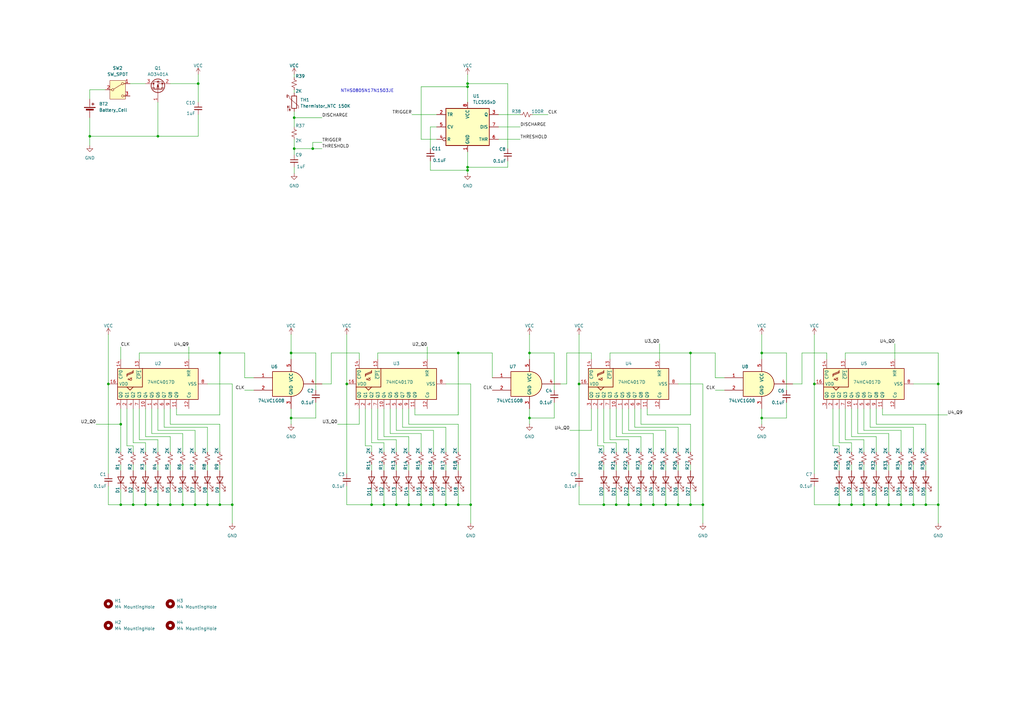
<source format=kicad_sch>
(kicad_sch (version 20231120) (generator "eeschema") (generator_version "8.0")
  (paper "A3")
  (lib_symbols
    (symbol "4xxx_IEEE:4017"
      (property "Reference" "U" (at 7.62 17.78 0))
      (property "Value" "4017" (at 10.16 -16.51 0))
      (symbol "4017_0_0"
        (text "&" (at -2.032 11.43 0) (effects (font (size 1.524 1.524))))
        (pin power_in line (at 0 20.32 270) (length 3.81) (name "VDD") (number "16"))
        (pin power_in line (at 0 -20.32 90) (length 3.81) (name "VSS") (number "8"))
      )
      (symbol "4017_1_1"
        (pin output line (at 10.16 2.54 180) (length 3.81) (name "Q5") (number "1"))
        (pin output line (at 10.16 5.08 180) (length 3.81) (name "Q4") (number "10"))
        (pin output line (at 10.16 -7.62 180) (length 3.81) (name "Q9") (number "11"))
        (pin output line (at 10.16 -12.7 180) (length 3.81) (name "Co") (number "12"))
        (pin input line (at -10.16 7.62 0) (length 3.81) (name "~{CP1}") (number "13"))
        (pin input line (at -10.16 15.24 0) (length 3.81) (name "CP0") (number "14"))
        (pin input line (at -10.16 -12.7 0) (length 3.81) (name "MR") (number "15"))
        (pin output line (at 10.16 12.7 180) (length 3.81) (name "Q1") (number "2"))
        (pin output line (at 10.16 15.24 180) (length 3.81) (name "Q0") (number "3"))
        (pin output line (at 10.16 10.16 180) (length 3.81) (name "Q2") (number "4"))
        (pin output line (at 10.16 0 180) (length 3.81) (name "Q6") (number "5"))
        (pin output line (at 10.16 -2.54 180) (length 3.81) (name "Q7") (number "6"))
        (pin output line (at 10.16 7.62 180) (length 3.81) (name "Q3") (number "7"))
        (pin output line (at 10.16 -5.08 180) (length 3.81) (name "Q8") (number "9"))
      )
    )
    (symbol "74xGxx:74LVC1G08"
      (property "Reference" "U" (at -5.08 7.62 0))
      (property "Value" "74LVC1G08" (at 7.62 -7.62 0))
      (symbol "74LVC1G08_1_1"
        (pin input line (at -15.24 2.54 0) (length 7.62) (name "~") (number "1"))
        (pin input line (at -15.24 -2.54 0) (length 7.62) (name "~") (number "2"))
        (pin power_in line (at 0 -10.16 90) (length 5.08) (name "GND") (number "3"))
        (pin output line (at 12.7 0 180) (length 7.62) (name "~") (number "4"))
        (pin power_in line (at 0 10.16 270) (length 5.08) (name "VCC") (number "5"))
      )
    )
    (symbol "Device:Battery_Cell" (pin_numbers hide) (pin_names (offset 0) hide)
      (property "Reference" "BT" (at 2.54 2.54 0))
      (property "Value" "Battery_Cell" (at 2.54 0 0))
      (symbol "Battery_Cell_1_1"
        (pin passive line (at 0 5.08 270) (length 2.54) (name "+") (number "1"))
        (pin passive line (at 0 -2.54 90) (length 2.54) (name "-") (number "2"))
      )
    )
    (symbol "Device:C_Small" (pin_numbers hide) (pin_names (offset 0.254) hide)
      (property "Reference" "C" (at 0.254 1.778 0))
      (property "Value" "C_Small" (at 0.254 -2.032 0))
      (symbol "C_Small_1_1"
        (pin passive line (at 0 2.54 270) (length 2.032) (name "~") (number "1"))
        (pin passive line (at 0 -2.54 90) (length 2.032) (name "~") (number "2"))
      )
    )
    (symbol "Device:LED" (pin_numbers hide) (pin_names (offset 1.016) hide)
      (property "Reference" "D" (at 0 2.54 0))
      (property "Value" "LED" (at 0 -2.54 0))
      (symbol "LED_1_1"
        (pin passive line (at -3.81 0 0) (length 2.54) (name "K") (number "1"))
        (pin passive line (at 3.81 0 180) (length 2.54) (name "A") (number "2"))
      )
    )
    (symbol "Device:R_Small_US" (pin_numbers hide) (pin_names (offset 0.254) hide)
      (property "Reference" "R" (at 0.762 0.508 0))
      (property "Value" "R_Small_US" (at 0.762 -1.016 0))
      (symbol "R_Small_US_1_1"
        (pin passive line (at 0 2.54 270) (length 1.016) (name "~") (number "1"))
        (pin passive line (at 0 -2.54 90) (length 1.016) (name "~") (number "2"))
      )
    )
    (symbol "Device:Thermistor_NTC" (pin_numbers hide) (pin_names (offset 0))
      (property "Reference" "TH" (at -4.445 0 90))
      (property "Value" "Thermistor_NTC" (at 3.175 0 90))
      (symbol "Thermistor_NTC_1_1"
        (pin passive line (at 0 3.81 270) (length 1.27) (name "~") (number "1"))
        (pin passive line (at 0 -3.81 90) (length 1.27) (name "~") (number "2"))
      )
    )
    (symbol "Mechanical:MountingHole" (pin_names (offset 1.016)) (exclude_from_sim yes) (in_bom no)
      (property "Reference" "H" (at 0 5.08 0))
      (property "Value" "MountingHole" (at 0 3.175 0))
    )
    (symbol "Switch:SW_SPDT" (pin_names (offset 0) hide)
      (property "Reference" "SW" (at 0 5.08 0))
      (property "Value" "SW_SPDT" (at 0 -5.08 0))
      (symbol "SW_SPDT_1_1"
        (pin passive line (at 5.08 2.54 180) (length 2.54) (name "A") (number "1"))
        (pin passive line (at -5.08 0 0) (length 2.54) (name "B") (number "2"))
        (pin passive line (at 5.08 -2.54 180) (length 2.54) (name "C") (number "3"))
      )
    )
    (symbol "Timer:TLC555xD"
      (property "Reference" "U" (at -10.16 8.89 0))
      (property "Value" "TLC555xD" (at 2.54 8.89 0))
      (symbol "TLC555xD_0_0"
        (pin power_in line (at 0 -10.16 90) (length 2.54) (name "GND") (number "1"))
        (pin power_in line (at 0 10.16 270) (length 2.54) (name "VCC") (number "8"))
      )
      (symbol "TLC555xD_1_1"
        (pin input line (at -12.7 5.08 0) (length 3.81) (name "TR") (number "2"))
        (pin output line (at 12.7 5.08 180) (length 3.81) (name "Q") (number "3"))
        (pin input inverted (at -12.7 -5.08 0) (length 3.81) (name "R") (number "4"))
        (pin input line (at -12.7 0 0) (length 3.81) (name "CV") (number "5"))
        (pin input line (at 12.7 -5.08 180) (length 3.81) (name "THR") (number "6"))
        (pin input line (at 12.7 0 180) (length 3.81) (name "DIS") (number "7"))
      )
    )
    (symbol "Transistor_FET:AO3401A" (pin_names hide)
      (property "Reference" "Q" (at 5.08 1.905 0))
      (property "Value" "AO3401A" (at 5.08 0 0))
      (symbol "AO3401A_1_1"
        (pin input line (at -5.08 0 0) (length 2.54) (name "G") (number "1"))
        (pin passive line (at 2.54 -5.08 90) (length 2.54) (name "S") (number "2"))
        (pin passive line (at 2.54 5.08 270) (length 2.54) (name "D") (number "3"))
      )
    )
    (symbol "power:GND" (power) (pin_numbers hide) (pin_names (offset 0) hide)
      (property "Value" "GND" (at 0 -3.81 0))
      (symbol "GND_1_1"
        (pin power_in line (at 0 0 270) (length 0) (name "~") (number "1"))
      )
    )
    (symbol "power:VCC" (power) (pin_numbers hide) (pin_names (offset 0) hide)
      (property "Value" "VCC" (at 0 3.556 0))
      (symbol "VCC_1_1"
        (pin power_in line (at 0 0 90) (length 0) (name "~") (number "1"))
      )
    )
  )
  (junction (at 95.25 207.01))
  (junction (at 379.73 207.01))
  (junction (at 64.77 207.01))
  (junction (at 288.29 207.01))
  (junction (at 283.21 144.78))
  (junction (at 187.96 207.01))
  (junction (at 49.53 173.99))
  (junction (at 273.05 207.01))
  (junction (at 237.49 157.48))
  (junction (at 120.65 60.96))
  (junction (at 59.69 207.01))
  (junction (at 252.73 207.01))
  (junction (at 120.65 48.26))
  (junction (at 354.33 207.01))
  (junction (at 191.77 69.85))
  (junction (at 152.4 207.01))
  (junction (at 172.72 207.01))
  (junction (at 157.48 207.01))
  (junction (at 74.93 207.01))
  (junction (at 44.45 157.48))
  (junction (at 217.17 144.78))
  (junction (at 369.57 207.01))
  (junction (at 359.41 207.01))
  (junction (at 374.65 207.01))
  (junction (at 344.17 207.01))
  (junction (at 217.17 171.45))
  (junction (at 283.21 207.01))
  (junction (at 182.88 207.01))
  (junction (at 81.28 34.29))
  (junction (at 278.13 207.01))
  (junction (at 267.97 207.01))
  (junction (at 162.56 207.01))
  (junction (at 142.24 157.48))
  (junction (at 69.85 207.01))
  (junction (at 49.53 207.01))
  (junction (at 85.09 207.01))
  (junction (at 80.01 207.01))
  (junction (at 384.81 207.01))
  (junction (at 262.89 207.01))
  (junction (at 119.38 144.78))
  (junction (at 312.42 171.45))
  (junction (at 64.77 55.88))
  (junction (at 177.8 207.01))
  (junction (at 90.17 207.01))
  (junction (at 90.17 144.78))
  (junction (at 128.27 60.96))
  (junction (at 191.77 34.29))
  (junction (at 119.38 171.45))
  (junction (at 54.61 207.01))
  (junction (at 187.96 144.78))
  (junction (at 257.81 207.01))
  (junction (at 384.81 157.48))
  (junction (at 167.64 207.01))
  (junction (at 191.77 68.58))
  (junction (at 312.42 144.78))
  (junction (at 247.65 207.01))
  (junction (at 36.83 55.88))
  (junction (at 191.77 35.56))
  (junction (at 364.49 207.01))
  (junction (at 349.25 207.01))
  (junction (at 334.01 157.48))
  (junction (at 193.04 207.01))
  (wire (pts (xy 85.09 175.26) (xy 85.09 185.42)))
  (wire (pts (xy 132.08 157.48) (xy 135.89 157.48)))
  (wire (pts (xy 80.01 200.66) (xy 80.01 207.01)))
  (wire (pts (xy 120.65 45.72) (xy 120.65 48.26)))
  (wire (pts (xy 328.93 157.48) (xy 325.12 157.48)))
  (wire (pts (xy 90.17 173.99) (xy 69.85 173.99)))
  (wire (pts (xy 349.25 190.5) (xy 349.25 193.04)))
  (wire (pts (xy 172.72 200.66) (xy 172.72 207.01)))
  (wire (pts (xy 288.29 214.63) (xy 288.29 207.01)))
  (wire (pts (xy 187.96 173.99) (xy 167.64 173.99)))
  (wire (pts (xy 152.4 207.01) (xy 157.48 207.01)))
  (wire (pts (xy 182.88 207.01) (xy 187.96 207.01)))
  (wire (pts (xy 364.49 190.5) (xy 364.49 193.04)))
  (wire (pts (xy 160.02 177.8) (xy 172.72 177.8)))
  (wire (pts (xy 172.72 177.8) (xy 172.72 185.42)))
  (wire (pts (xy 204.47 52.07) (xy 213.36 52.07)))
  (wire (pts (xy 129.54 171.45) (xy 119.38 171.45)))
  (wire (pts (xy 257.81 200.66) (xy 257.81 207.01)))
  (wire (pts (xy 165.1 175.26) (xy 182.88 175.26)))
  (wire (pts (xy 369.57 176.53) (xy 369.57 185.42)))
  (wire (pts (xy 265.43 167.64) (xy 265.43 170.18)))
  (wire (pts (xy 154.94 147.32) (xy 154.94 144.78)))
  (wire (pts (xy 157.48 190.5) (xy 157.48 193.04)))
  (wire (pts (xy 135.89 157.48) (xy 135.89 144.78)))
  (wire (pts (xy 187.96 200.66) (xy 187.96 207.01)))
  (wire (pts (xy 129.54 165.1) (xy 129.54 171.45)))
  (wire (pts (xy 69.85 179.07) (xy 69.85 185.42)))
  (wire (pts (xy 147.32 167.64) (xy 147.32 173.99)))
  (wire (pts (xy 247.65 181.61) (xy 252.73 181.61)))
  (wire (pts (xy 120.65 60.96) (xy 128.27 60.96)))
  (wire (pts (xy 187.96 207.01) (xy 193.04 207.01)))
  (wire (pts (xy 297.18 160.02) (xy 293.37 160.02)))
  (wire (pts (xy 359.41 167.64) (xy 359.41 173.99)))
  (wire (pts (xy 328.93 144.78) (xy 328.93 157.48)))
  (wire (pts (xy 85.09 190.5) (xy 85.09 193.04)))
  (wire (pts (xy 36.83 55.88) (xy 64.77 55.88)))
  (wire (pts (xy 39.37 173.99) (xy 49.53 173.99)))
  (wire (pts (xy 90.17 144.78) (xy 100.33 144.78)))
  (wire (pts (xy 52.07 182.88) (xy 54.61 182.88)))
  (wire (pts (xy 273.05 176.53) (xy 273.05 185.42)))
  (wire (pts (xy 57.15 167.64) (xy 57.15 180.34)))
  (wire (pts (xy 176.53 60.96) (xy 176.53 52.07)))
  (wire (pts (xy 119.38 144.78) (xy 119.38 147.32)))
  (wire (pts (xy 257.81 190.5) (xy 257.81 193.04)))
  (wire (pts (xy 168.91 46.99) (xy 179.07 46.99)))
  (wire (pts (xy 369.57 200.66) (xy 369.57 207.01)))
  (wire (pts (xy 154.94 144.78) (xy 187.96 144.78)))
  (wire (pts (xy 359.41 190.5) (xy 359.41 193.04)))
  (wire (pts (xy 334.01 157.48) (xy 334.01 194.31)))
  (wire (pts (xy 36.83 55.88) (xy 36.83 59.69)))
  (wire (pts (xy 334.01 137.16) (xy 334.01 157.48)))
  (wire (pts (xy 157.48 200.66) (xy 157.48 207.01)))
  (wire (pts (xy 356.87 175.26) (xy 374.65 175.26)))
  (wire (pts (xy 90.17 200.66) (xy 90.17 207.01)))
  (wire (pts (xy 227.33 160.02) (xy 227.33 144.78)))
  (wire (pts (xy 176.53 52.07) (xy 179.07 52.07)))
  (wire (pts (xy 354.33 190.5) (xy 354.33 193.04)))
  (wire (pts (xy 354.33 167.64) (xy 354.33 176.53)))
  (wire (pts (xy 162.56 200.66) (xy 162.56 207.01)))
  (wire (pts (xy 278.13 175.26) (xy 278.13 185.42)))
  (wire (pts (xy 54.61 167.64) (xy 54.61 181.61)))
  (wire (pts (xy 344.17 181.61) (xy 349.25 181.61)))
  (wire (pts (xy 172.72 57.15) (xy 172.72 35.56)))
  (wire (pts (xy 80.01 207.01) (xy 85.09 207.01)))
  (wire (pts (xy 64.77 180.34) (xy 64.77 185.42)))
  (wire (pts (xy 95.25 214.63) (xy 95.25 207.01)))
  (wire (pts (xy 359.41 179.07) (xy 359.41 185.42)))
  (wire (pts (xy 64.77 190.5) (xy 64.77 193.04)))
  (wire (pts (xy 80.01 190.5) (xy 80.01 193.04)))
  (wire (pts (xy 95.25 157.48) (xy 85.09 157.48)))
  (wire (pts (xy 247.65 190.5) (xy 247.65 193.04)))
  (wire (pts (xy 90.17 173.99) (xy 90.17 185.42)))
  (wire (pts (xy 90.17 170.18) (xy 90.17 144.78)))
  (wire (pts (xy 142.24 199.39) (xy 142.24 207.01)))
  (wire (pts (xy 288.29 157.48) (xy 278.13 157.48)))
  (wire (pts (xy 154.94 167.64) (xy 154.94 180.34)))
  (wire (pts (xy 288.29 207.01) (xy 288.29 157.48)))
  (wire (pts (xy 250.19 167.64) (xy 250.19 180.34)))
  (wire (pts (xy 312.42 137.16) (xy 312.42 144.78)))
  (wire (pts (xy 187.96 173.99) (xy 187.96 185.42)))
  (wire (pts (xy 384.81 214.63) (xy 384.81 207.01)))
  (wire (pts (xy 283.21 173.99) (xy 283.21 185.42)))
  (wire (pts (xy 312.42 171.45) (xy 312.42 167.64)))
  (wire (pts (xy 54.61 207.01) (xy 59.69 207.01)))
  (wire (pts (xy 119.38 137.16) (xy 119.38 144.78)))
  (wire (pts (xy 273.05 207.01) (xy 278.13 207.01)))
  (wire (pts (xy 57.15 180.34) (xy 64.77 180.34)))
  (wire (pts (xy 49.53 167.64) (xy 49.53 173.99)))
  (wire (pts (xy 257.81 167.64) (xy 257.81 176.53)))
  (wire (pts (xy 322.58 165.1) (xy 322.58 171.45)))
  (wire (pts (xy 59.69 167.64) (xy 59.69 179.07)))
  (wire (pts (xy 191.77 69.85) (xy 191.77 71.12)))
  (wire (pts (xy 120.65 60.96) (xy 120.65 63.5)))
  (wire (pts (xy 59.69 207.01) (xy 64.77 207.01)))
  (wire (pts (xy 379.73 200.66) (xy 379.73 207.01)))
  (wire (pts (xy 182.88 200.66) (xy 182.88 207.01)))
  (wire (pts (xy 344.17 182.88) (xy 344.17 185.42)))
  (wire (pts (xy 208.28 68.58) (xy 191.77 68.58)))
  (wire (pts (xy 154.94 180.34) (xy 162.56 180.34)))
  (wire (pts (xy 349.25 200.66) (xy 349.25 207.01)))
  (wire (pts (xy 252.73 179.07) (xy 262.89 179.07)))
  (wire (pts (xy 346.71 167.64) (xy 346.71 180.34)))
  (wire (pts (xy 242.57 167.64) (xy 242.57 176.53)))
  (wire (pts (xy 54.61 200.66) (xy 54.61 207.01)))
  (wire (pts (xy 172.72 190.5) (xy 172.72 193.04)))
  (wire (pts (xy 74.93 200.66) (xy 74.93 207.01)))
  (wire (pts (xy 283.21 200.66) (xy 283.21 207.01)))
  (wire (pts (xy 170.18 170.18) (xy 187.96 170.18)))
  (wire (pts (xy 152.4 181.61) (xy 157.48 181.61)))
  (wire (pts (xy 374.65 190.5) (xy 374.65 193.04)))
  (wire (pts (xy 120.65 57.15) (xy 120.65 60.96)))
  (wire (pts (xy 64.77 207.01) (xy 69.85 207.01)))
  (wire (pts (xy 64.77 41.91) (xy 64.77 55.88)))
  (wire (pts (xy 172.72 35.56) (xy 191.77 35.56)))
  (wire (pts (xy 77.47 142.24) (xy 77.47 147.32)))
  (wire (pts (xy 157.48 167.64) (xy 157.48 179.07)))
  (wire (pts (xy 167.64 190.5) (xy 167.64 193.04)))
  (wire (pts (xy 149.86 167.64) (xy 149.86 182.88)))
  (wire (pts (xy 157.48 181.61) (xy 157.48 185.42)))
  (wire (pts (xy 255.27 167.64) (xy 255.27 177.8)))
  (wire (pts (xy 49.53 190.5) (xy 49.53 193.04)))
  (wire (pts (xy 359.41 207.01) (xy 364.49 207.01)))
  (wire (pts (xy 74.93 177.8) (xy 74.93 185.42)))
  (wire (pts (xy 217.17 144.78) (xy 217.17 147.32)))
  (wire (pts (xy 379.73 173.99) (xy 379.73 185.42)))
  (wire (pts (xy 129.54 160.02) (xy 129.54 144.78)))
  (wire (pts (xy 262.89 207.01) (xy 267.97 207.01)))
  (wire (pts (xy 74.93 207.01) (xy 80.01 207.01)))
  (wire (pts (xy 187.96 170.18) (xy 187.96 144.78)))
  (wire (pts (xy 59.69 181.61) (xy 59.69 185.42)))
  (wire (pts (xy 120.65 68.58) (xy 120.65 71.12)))
  (wire (pts (xy 204.47 46.99) (xy 213.36 46.99)))
  (wire (pts (xy 142.24 137.16) (xy 142.24 157.48)))
  (wire (pts (xy 359.41 200.66) (xy 359.41 207.01)))
  (wire (pts (xy 278.13 207.01) (xy 283.21 207.01)))
  (wire (pts (xy 95.25 207.01) (xy 95.25 157.48)))
  (wire (pts (xy 128.27 58.42) (xy 128.27 60.96)))
  (wire (pts (xy 182.88 190.5) (xy 182.88 193.04)))
  (wire (pts (xy 167.64 179.07) (xy 167.64 185.42)))
  (wire (pts (xy 344.17 207.01) (xy 349.25 207.01)))
  (wire (pts (xy 157.48 207.01) (xy 162.56 207.01)))
  (wire (pts (xy 227.33 165.1) (xy 227.33 171.45)))
  (wire (pts (xy 322.58 160.02) (xy 322.58 144.78)))
  (wire (pts (xy 334.01 207.01) (xy 344.17 207.01)))
  (wire (pts (xy 81.28 34.29) (xy 69.85 34.29)))
  (wire (pts (xy 176.53 66.04) (xy 176.53 69.85)))
  (wire (pts (xy 64.77 200.66) (xy 64.77 207.01)))
  (wire (pts (xy 69.85 207.01) (xy 74.93 207.01)))
  (wire (pts (xy 283.21 190.5) (xy 283.21 193.04)))
  (wire (pts (xy 64.77 167.64) (xy 64.77 176.53)))
  (wire (pts (xy 90.17 190.5) (xy 90.17 193.04)))
  (wire (pts (xy 341.63 182.88) (xy 344.17 182.88)))
  (wire (pts (xy 267.97 177.8) (xy 267.97 185.42)))
  (wire (pts (xy 369.57 207.01) (xy 374.65 207.01)))
  (wire (pts (xy 81.28 30.48) (xy 81.28 34.29)))
  (wire (pts (xy 152.4 167.64) (xy 152.4 181.61)))
  (wire (pts (xy 283.21 144.78) (xy 293.37 144.78)))
  (wire (pts (xy 356.87 167.64) (xy 356.87 175.26)))
  (wire (pts (xy 384.81 144.78) (xy 384.81 157.48)))
  (wire (pts (xy 69.85 200.66) (xy 69.85 207.01)))
  (wire (pts (xy 157.48 179.07) (xy 167.64 179.07)))
  (wire (pts (xy 232.41 144.78) (xy 242.57 144.78)))
  (wire (pts (xy 208.28 66.04) (xy 208.28 68.58)))
  (wire (pts (xy 351.79 177.8) (xy 364.49 177.8)))
  (wire (pts (xy 252.73 207.01) (xy 257.81 207.01)))
  (wire (pts (xy 167.64 200.66) (xy 167.64 207.01)))
  (wire (pts (xy 36.83 36.83) (xy 36.83 40.64)))
  (wire (pts (xy 233.68 176.53) (xy 242.57 176.53)))
  (wire (pts (xy 177.8 200.66) (xy 177.8 207.01)))
  (wire (pts (xy 250.19 147.32) (xy 250.19 144.78)))
  (wire (pts (xy 349.25 207.01) (xy 354.33 207.01)))
  (wire (pts (xy 283.21 173.99) (xy 262.89 173.99)))
  (wire (pts (xy 36.83 55.88) (xy 36.83 48.26)))
  (wire (pts (xy 59.69 179.07) (xy 69.85 179.07)))
  (wire (pts (xy 262.89 179.07) (xy 262.89 185.42)))
  (wire (pts (xy 187.96 190.5) (xy 187.96 193.04)))
  (wire (pts (xy 85.09 200.66) (xy 85.09 207.01)))
  (wire (pts (xy 227.33 144.78) (xy 217.17 144.78)))
  (wire (pts (xy 191.77 34.29) (xy 208.28 34.29)))
  (wire (pts (xy 364.49 200.66) (xy 364.49 207.01)))
  (wire (pts (xy 191.77 62.23) (xy 191.77 68.58)))
  (wire (pts (xy 247.65 200.66) (xy 247.65 207.01)))
  (wire (pts (xy 312.42 144.78) (xy 312.42 147.32)))
  (wire (pts (xy 245.11 182.88) (xy 247.65 182.88)))
  (wire (pts (xy 120.65 48.26) (xy 132.08 48.26)))
  (wire (pts (xy 129.54 144.78) (xy 119.38 144.78)))
  (wire (pts (xy 283.21 170.18) (xy 283.21 144.78)))
  (wire (pts (xy 142.24 157.48) (xy 142.24 194.31)))
  (wire (pts (xy 262.89 200.66) (xy 262.89 207.01)))
  (wire (pts (xy 167.64 207.01) (xy 172.72 207.01)))
  (wire (pts (xy 344.17 200.66) (xy 344.17 207.01)))
  (wire (pts (xy 273.05 200.66) (xy 273.05 207.01)))
  (wire (pts (xy 283.21 207.01) (xy 288.29 207.01)))
  (wire (pts (xy 187.96 144.78) (xy 201.93 144.78)))
  (wire (pts (xy 354.33 180.34) (xy 354.33 185.42)))
  (wire (pts (xy 162.56 180.34) (xy 162.56 185.42)))
  (wire (pts (xy 80.01 176.53) (xy 64.77 176.53)))
  (wire (pts (xy 191.77 68.58) (xy 191.77 69.85)))
  (wire (pts (xy 364.49 177.8) (xy 364.49 185.42)))
  (wire (pts (xy 218.44 46.99) (xy 224.79 46.99)))
  (wire (pts (xy 81.28 46.99) (xy 81.28 55.88)))
  (wire (pts (xy 369.57 190.5) (xy 369.57 193.04)))
  (wire (pts (xy 191.77 69.85) (xy 176.53 69.85)))
  (wire (pts (xy 74.93 190.5) (xy 74.93 193.04)))
  (wire (pts (xy 217.17 171.45) (xy 217.17 173.99)))
  (wire (pts (xy 152.4 200.66) (xy 152.4 207.01)))
  (wire (pts (xy 72.39 167.64) (xy 72.39 170.18)))
  (wire (pts (xy 128.27 60.96) (xy 132.08 60.96)))
  (wire (pts (xy 100.33 154.94) (xy 104.14 154.94)))
  (wire (pts (xy 237.49 157.48) (xy 237.49 194.31)))
  (wire (pts (xy 339.09 144.78) (xy 339.09 147.32)))
  (wire (pts (xy 172.72 207.01) (xy 177.8 207.01)))
  (wire (pts (xy 182.88 175.26) (xy 182.88 185.42)))
  (wire (pts (xy 208.28 34.29) (xy 208.28 60.96)))
  (wire (pts (xy 346.71 144.78) (xy 384.81 144.78)))
  (wire (pts (xy 59.69 200.66) (xy 59.69 207.01)))
  (wire (pts (xy 44.45 207.01) (xy 49.53 207.01)))
  (wire (pts (xy 245.11 167.64) (xy 245.11 182.88)))
  (wire (pts (xy 135.89 144.78) (xy 147.32 144.78)))
  (wire (pts (xy 322.58 144.78) (xy 312.42 144.78)))
  (wire (pts (xy 72.39 170.18) (xy 90.17 170.18)))
  (wire (pts (xy 49.53 142.24) (xy 49.53 147.32)))
  (wire (pts (xy 379.73 207.01) (xy 384.81 207.01)))
  (wire (pts (xy 44.45 157.48) (xy 44.45 194.31)))
  (wire (pts (xy 257.81 180.34) (xy 257.81 185.42)))
  (wire (pts (xy 191.77 35.56) (xy 191.77 41.91)))
  (wire (pts (xy 80.01 176.53) (xy 80.01 185.42)))
  (wire (pts (xy 53.34 34.29) (xy 59.69 34.29)))
  (wire (pts (xy 69.85 190.5) (xy 69.85 193.04)))
  (wire (pts (xy 339.09 144.78) (xy 328.93 144.78)))
  (wire (pts (xy 193.04 207.01) (xy 193.04 157.48)))
  (wire (pts (xy 312.42 171.45) (xy 312.42 173.99)))
  (wire (pts (xy 177.8 207.01) (xy 182.88 207.01)))
  (wire (pts (xy 175.26 142.24) (xy 175.26 147.32)))
  (wire (pts (xy 247.65 182.88) (xy 247.65 185.42)))
  (wire (pts (xy 162.56 190.5) (xy 162.56 193.04)))
  (wire (pts (xy 104.14 160.02) (xy 100.33 160.02)))
  (wire (pts (xy 119.38 171.45) (xy 119.38 167.64)))
  (wire (pts (xy 204.47 57.15) (xy 213.36 57.15)))
  (wire (pts (xy 67.31 175.26) (xy 85.09 175.26)))
  (wire (pts (xy 247.65 207.01) (xy 252.73 207.01)))
  (wire (pts (xy 81.28 55.88) (xy 64.77 55.88)))
  (wire (pts (xy 322.58 171.45) (xy 312.42 171.45)))
  (wire (pts (xy 217.17 137.16) (xy 217.17 144.78)))
  (wire (pts (xy 177.8 190.5) (xy 177.8 193.04)))
  (wire (pts (xy 293.37 144.78) (xy 293.37 154.94)))
  (wire (pts (xy 52.07 167.64) (xy 52.07 182.88)))
  (wire (pts (xy 260.35 167.64) (xy 260.35 175.26)))
  (wire (pts (xy 170.18 167.64) (xy 170.18 170.18)))
  (wire (pts (xy 374.65 175.26) (xy 374.65 185.42)))
  (wire (pts (xy 273.05 190.5) (xy 273.05 193.04)))
  (wire (pts (xy 160.02 167.64) (xy 160.02 177.8)))
  (wire (pts (xy 374.65 200.66) (xy 374.65 207.01)))
  (wire (pts (xy 120.65 48.26) (xy 120.65 52.07)))
  (wire (pts (xy 242.57 144.78) (xy 242.57 147.32)))
  (wire (pts (xy 54.61 182.88) (xy 54.61 185.42)))
  (wire (pts (xy 132.08 58.42) (xy 128.27 58.42)))
  (wire (pts (xy 267.97 207.01) (xy 273.05 207.01)))
  (wire (pts (xy 120.65 30.48) (xy 120.65 31.75)))
  (wire (pts (xy 247.65 167.64) (xy 247.65 181.61)))
  (wire (pts (xy 62.23 167.64) (xy 62.23 177.8)))
  (wire (pts (xy 278.13 200.66) (xy 278.13 207.01)))
  (wire (pts (xy 237.49 137.16) (xy 237.49 157.48)))
  (wire (pts (xy 349.25 181.61) (xy 349.25 185.42)))
  (wire (pts (xy 179.07 57.15) (xy 172.72 57.15)))
  (wire (pts (xy 54.61 190.5) (xy 54.61 193.04)))
  (wire (pts (xy 90.17 207.01) (xy 95.25 207.01)))
  (wire (pts (xy 346.71 180.34) (xy 354.33 180.34)))
  (wire (pts (xy 162.56 167.64) (xy 162.56 176.53)))
  (wire (pts (xy 341.63 167.64) (xy 341.63 182.88)))
  (wire (pts (xy 349.25 167.64) (xy 349.25 179.07)))
  (wire (pts (xy 369.57 176.53) (xy 354.33 176.53)))
  (wire (pts (xy 138.43 173.99) (xy 147.32 173.99)))
  (wire (pts (xy 374.65 207.01) (xy 379.73 207.01)))
  (wire (pts (xy 364.49 207.01) (xy 369.57 207.01)))
  (wire (pts (xy 44.45 137.16) (xy 44.45 157.48)))
  (wire (pts (xy 252.73 181.61) (xy 252.73 185.42)))
  (wire (pts (xy 36.83 36.83) (xy 43.18 36.83)))
  (wire (pts (xy 361.95 170.18) (xy 388.62 170.18)))
  (wire (pts (xy 237.49 199.39) (xy 237.49 207.01)))
  (wire (pts (xy 252.73 167.64) (xy 252.73 179.07)))
  (wire (pts (xy 379.73 173.99) (xy 359.41 173.99)))
  (wire (pts (xy 57.15 144.78) (xy 90.17 144.78)))
  (wire (pts (xy 85.09 207.01) (xy 90.17 207.01)))
  (wire (pts (xy 250.19 180.34) (xy 257.81 180.34)))
  (wire (pts (xy 152.4 190.5) (xy 152.4 193.04)))
  (wire (pts (xy 227.33 171.45) (xy 217.17 171.45)))
  (wire (pts (xy 119.38 171.45) (xy 119.38 173.99)))
  (wire (pts (xy 351.79 167.64) (xy 351.79 177.8)))
  (wire (pts (xy 367.03 140.97) (xy 367.03 147.32)))
  (wire (pts (xy 354.33 207.01) (xy 359.41 207.01)))
  (wire (pts (xy 252.73 190.5) (xy 252.73 193.04)))
  (wire (pts (xy 273.05 176.53) (xy 257.81 176.53)))
  (wire (pts (xy 177.8 176.53) (xy 177.8 185.42)))
  (wire (pts (xy 384.81 207.01) (xy 384.81 157.48)))
  (wire (pts (xy 344.17 190.5) (xy 344.17 193.04)))
  (wire (pts (xy 267.97 190.5) (xy 267.97 193.04)))
  (wire (pts (xy 379.73 190.5) (xy 379.73 193.04)))
  (wire (pts (xy 147.32 144.78) (xy 147.32 147.32)))
  (wire (pts (xy 278.13 190.5) (xy 278.13 193.04)))
  (wire (pts (xy 334.01 199.39) (xy 334.01 207.01)))
  (wire (pts (xy 293.37 154.94) (xy 297.18 154.94)))
  (wire (pts (xy 69.85 167.64) (xy 69.85 173.99)))
  (wire (pts (xy 177.8 176.53) (xy 162.56 176.53)))
  (wire (pts (xy 267.97 200.66) (xy 267.97 207.01)))
  (wire (pts (xy 152.4 182.88) (xy 152.4 185.42)))
  (wire (pts (xy 81.28 34.29) (xy 81.28 41.91)))
  (wire (pts (xy 361.95 167.64) (xy 361.95 170.18)))
  (wire (pts (xy 193.04 157.48) (xy 182.88 157.48)))
  (wire (pts (xy 142.24 207.01) (xy 152.4 207.01)))
  (wire (pts (xy 54.61 181.61) (xy 59.69 181.61)))
  (wire (pts (xy 250.19 144.78) (xy 283.21 144.78)))
  (wire (pts (xy 120.65 36.83) (xy 120.65 38.1)))
  (wire (pts (xy 229.87 157.48) (xy 232.41 157.48)))
  (wire (pts (xy 262.89 167.64) (xy 262.89 173.99)))
  (wire (pts (xy 346.71 147.32) (xy 346.71 144.78)))
  (wire (pts (xy 167.64 167.64) (xy 167.64 173.99)))
  (wire (pts (xy 257.81 207.01) (xy 262.89 207.01)))
  (wire (pts (xy 201.93 144.78) (xy 201.93 154.94)))
  (wire (pts (xy 57.15 147.32) (xy 57.15 144.78)))
  (wire (pts (xy 252.73 200.66) (xy 252.73 207.01)))
  (wire (pts (xy 49.53 207.01) (xy 54.61 207.01)))
  (wire (pts (xy 100.33 144.78) (xy 100.33 154.94)))
  (wire (pts (xy 384.81 157.48) (xy 374.65 157.48)))
  (wire (pts (xy 191.77 30.48) (xy 191.77 34.29)))
  (wire (pts (xy 349.25 179.07) (xy 359.41 179.07)))
  (wire (pts (xy 62.23 177.8) (xy 74.93 177.8)))
  (wire (pts (xy 191.77 34.29) (xy 191.77 35.56)))
  (wire (pts (xy 49.53 173.99) (xy 49.53 185.42)))
  (wire (pts (xy 344.17 167.64) (xy 344.17 181.61)))
  (wire (pts (xy 262.89 190.5) (xy 262.89 193.04)))
  (wire (pts (xy 49.53 200.66) (xy 49.53 207.01)))
  (wire (pts (xy 270.51 140.97) (xy 270.51 147.32)))
  (wire (pts (xy 44.45 199.39) (xy 44.45 207.01)))
  (wire (pts (xy 265.43 170.18) (xy 283.21 170.18)))
  (wire (pts (xy 237.49 207.01) (xy 247.65 207.01)))
  (wire (pts (xy 149.86 182.88) (xy 152.4 182.88)))
  (wire (pts (xy 232.41 157.48) (xy 232.41 144.78)))
  (wire (pts (xy 193.04 214.63) (xy 193.04 207.01)))
  (wire (pts (xy 354.33 200.66) (xy 354.33 207.01)))
  (wire (pts (xy 260.35 175.26) (xy 278.13 175.26)))
  (wire (pts (xy 162.56 207.01) (xy 167.64 207.01)))
  (wire (pts (xy 59.69 190.5) (xy 59.69 193.04)))
  (wire (pts (xy 217.17 171.45) (xy 217.17 167.64)))
  (wire (pts (xy 67.31 167.64) (xy 67.31 175.26)))
  (wire (pts (xy 165.1 167.64) (xy 165.1 175.26)))
  (wire (pts (xy 255.27 177.8) (xy 267.97 177.8)))
  (text "NTHS0805N17N1503JE" (at 150.622 37.338 0) (effects (font (size 1.27 1.27))))
  (label "THRESHOLD" (at 213.36 57.15 0))
  (label "DISCHARGE" (at 213.36 52.07 0))
  (label "TRIGGER" (at 132.08 58.42 0))
  (label "U4_Q9" (at 388.62 170.18 0))
  (label "U4_Q0" (at 233.68 176.53 180))
  (label "U2_Q0" (at 175.26 142.24 180))
  (label "U4_Q9" (at 77.47 142.24 180))
  (label "CLK" (at 201.93 160.02 180))
  (label "THRESHOLD" (at 132.08 60.96 0))
  (label "U3_Q0" (at 270.51 140.97 180))
  (label "DISCHARGE" (at 132.08 48.26 0))
  (label "U4_Q0" (at 367.03 140.97 180))
  (label "CLK" (at 293.37 160.02 180))
  (label "CLK" (at 49.53 142.24 0))
  (label "CLK" (at 100.33 160.02 180))
  (label "U2_Q0" (at 39.37 173.99 180))
  (label "U3_Q0" (at 138.43 173.99 180))
  (label "CLK" (at 224.79 46.99 0))
  (label "TRIGGER" (at 168.91 46.99 180))
  (symbol (lib_id "Transistor_FET:AO3401A") (at 64.77 36.83 90) (unit 1)
    (property "Reference" "Q1" (at 64.77 27.94 90))
    (property "Value" "AO3401A" (at 64.77 30.48 90))
    (property "Footprint" "Package_TO_SOT_SMD:SOT-23" (effects (hide yes)))
    (property "Datasheet" "http://www.aosmd.com/pdfs/datasheet/AO3401A.pdf" (effects (hide yes)))
    (property "Description" "-4.0A Id, -30V Vds, P-Channel MOSFET, SOT-23" (effects (hide yes)))
  )
  (symbol (lib_id "4xxx_IEEE:4017") (at 354.33 157.48 90) (mirror x) (unit 1)
    (property "Reference" "U5" (at 354.33 149.098 90))
    (property "Value" "74HC4017D" (at 355.6 156.718 90))
    (property "Footprint" "Package_SO:SOIC-16_3.9x9.9mm_P1.27mm" (effects (hide yes)))
    (property "Datasheet" "https://assets.nexperia.com/documents/data-sheet/74HC_HCT4017.pdf" (effects (hide yes)))
    (property "Description" "IC DECADE COUNTER 10BIT 16SO" (effects (hide yes)))
  )
  (symbol (lib_id "Device:R_Small_US") (at 369.57 187.96 0) (unit 1)
    (property "Reference" "R34" (at 368.3 192.786 90) (effects (justify left)))
    (property "Value" "2K" (at 368.3 186.182 90) (effects (justify left)))
    (property "Footprint" "Resistor_SMD:R_0805_2012Metric_Pad1.20x1.40mm_HandSolder" (effects (hide yes)))
    (property "Description" "Resistor, small US symbol" (effects (hide yes)))
  )
  (symbol (lib_id "4xxx_IEEE:4017") (at 257.81 157.48 90) (mirror x) (unit 1)
    (property "Reference" "U4" (at 257.81 149.098 90))
    (property "Value" "74HC4017D" (at 259.08 156.718 90))
    (property "Footprint" "Package_SO:SOIC-16_3.9x9.9mm_P1.27mm" (effects (hide yes)))
    (property "Datasheet" "https://assets.nexperia.com/documents/data-sheet/74HC_HCT4017.pdf" (effects (hide yes)))
    (property "Description" "IC DECADE COUNTER 10BIT 16SO" (effects (hide yes)))
  )
  (symbol (lib_id "Device:R_Small_US") (at 257.81 187.96 0) (unit 1)
    (property "Reference" "R22" (at 256.54 192.786 90) (effects (justify left)))
    (property "Value" "2K" (at 256.54 186.182 90) (effects (justify left)))
    (property "Footprint" "Resistor_SMD:R_0805_2012Metric_Pad1.20x1.40mm_HandSolder" (effects (hide yes)))
    (property "Description" "Resistor, small US symbol" (effects (hide yes)))
  )
  (symbol (lib_id "Device:R_Small_US") (at 215.9 46.99 270) (unit 1)
    (property "Reference" "R38" (at 209.804 45.72 90) (effects (justify left)))
    (property "Value" "100R" (at 217.932 45.72 90) (effects (justify left)))
    (property "Footprint" "Resistor_SMD:R_0805_2012Metric_Pad1.20x1.40mm_HandSolder" (effects (hide yes)))
    (property "Description" "Resistor, small US symbol" (effects (hide yes)))
  )
  (symbol (lib_id "Device:C_Small") (at 120.65 66.04 0) (unit 1)
    (property "Reference" "C9" (at 121.158 63.5 0) (effects (justify left)))
    (property "Value" "1uF" (at 121.666 68.326 0) (effects (justify left)))
    (property "Footprint" "Capacitor_SMD:C_0805_2012Metric_Pad1.18x1.45mm_HandSolder" (effects (hide yes)))
    (property "Description" "Unpolarized capacitor, small symbol" (effects (hide yes)))
  )
  (symbol (lib_id "Device:C_Small") (at 176.53 63.5 0) (unit 1)
    (property "Reference" "C11" (at 177.038 60.96 0) (effects (justify left)))
    (property "Value" "0.1uF" (at 177.546 65.786 0) (effects (justify left)))
    (property "Footprint" "Capacitor_SMD:C_0805_2012Metric_Pad1.18x1.45mm_HandSolder" (effects (hide yes)))
    (property "Description" "Unpolarized capacitor, small symbol" (effects (hide yes)))
  )
  (symbol (lib_id "Device:LED") (at 344.17 196.85 90) (unit 1)
    (property "Reference" "D29" (at 343.154 199.644 0) (effects (justify right)))
    (property "Value" "LED" (effects (hide yes)))
    (property "Footprint" "Diode_SMD:D_0805_2012Metric_Pad1.15x1.40mm_HandSolder" (effects (hide yes)))
    (property "Description" "Light emitting diode" (effects (hide yes)))
  )
  (symbol (lib_id "Device:R_Small_US") (at 182.88 187.96 0) (unit 1)
    (property "Reference" "R17" (at 181.61 192.786 90) (effects (justify left)))
    (property "Value" "2K" (at 181.61 186.182 90) (effects (justify left)))
    (property "Footprint" "Resistor_SMD:R_0805_2012Metric_Pad1.20x1.40mm_HandSolder" (effects (hide yes)))
    (property "Description" "Resistor, small US symbol" (effects (hide yes)))
  )
  (symbol (lib_id "Device:C_Small") (at 227.33 162.56 0) (unit 1)
    (property "Reference" "C4" (at 223.774 160.274 0) (effects (justify left)))
    (property "Value" "0.1uF" (at 221.234 165.1 0) (effects (justify left)))
    (property "Footprint" "Capacitor_SMD:C_0805_2012Metric_Pad1.18x1.45mm_HandSolder" (effects (hide yes)))
    (property "Description" "Unpolarized capacitor, small symbol" (effects (hide yes)))
  )
  (symbol (lib_id "Device:R_Small_US") (at 152.4 187.96 0) (unit 1)
    (property "Reference" "R11" (at 151.13 192.786 90) (effects (justify left)))
    (property "Value" "2K" (at 151.13 186.182 90) (effects (justify left)))
    (property "Footprint" "Resistor_SMD:R_0805_2012Metric_Pad1.20x1.40mm_HandSolder" (effects (hide yes)))
    (property "Description" "Resistor, small US symbol" (effects (hide yes)))
  )
  (symbol (lib_id "Device:LED") (at 80.01 196.85 90) (unit 1)
    (property "Reference" "D7" (at 78.994 199.644 0) (effects (justify right)))
    (property "Value" "LED" (effects (hide yes)))
    (property "Footprint" "Diode_SMD:D_0805_2012Metric_Pad1.15x1.40mm_HandSolder" (effects (hide yes)))
    (property "Description" "Light emitting diode" (effects (hide yes)))
  )
  (symbol (lib_id "Device:R_Small_US") (at 359.41 187.96 0) (unit 1)
    (property "Reference" "R32" (at 358.14 192.786 90) (effects (justify left)))
    (property "Value" "2K" (at 358.14 186.182 90) (effects (justify left)))
    (property "Footprint" "Resistor_SMD:R_0805_2012Metric_Pad1.20x1.40mm_HandSolder" (effects (hide yes)))
    (property "Description" "Resistor, small US symbol" (effects (hide yes)))
  )
  (symbol (lib_id "Device:Thermistor_NTC") (at 120.65 41.91 0) (unit 1)
    (property "Reference" "TH1" (at 123.19 40.9574 0) (effects (justify left)))
    (property "Value" "Thermistor_NTC 150K" (at 123.19 43.4974 0) (effects (justify left)))
    (property "Footprint" "Resistor_SMD:R_0805_2012Metric_Pad1.20x1.40mm_HandSolder" (effects (hide yes)))
    (property "Description" "Temperature dependent resistor, negative temperature coefficient" (effects (hide yes)))
  )
  (symbol (lib_id "Device:R_Small_US") (at 49.53 187.96 0) (unit 1)
    (property "Reference" "R1" (at 48.26 192.786 90) (effects (justify left)))
    (property "Value" "2K" (at 48.26 186.182 90) (effects (justify left)))
    (property "Footprint" "Resistor_SMD:R_0805_2012Metric_Pad1.20x1.40mm_HandSolder" (effects (hide yes)))
    (property "Description" "Resistor, small US symbol" (effects (hide yes)))
  )
  (symbol (lib_id "Device:LED") (at 177.8 196.85 90) (unit 1)
    (property "Reference" "D16" (at 176.784 199.644 0) (effects (justify right)))
    (property "Value" "LED" (effects (hide yes)))
    (property "Footprint" "Diode_SMD:D_0805_2012Metric_Pad1.15x1.40mm_HandSolder" (effects (hide yes)))
    (property "Description" "Light emitting diode" (effects (hide yes)))
  )
  (symbol (lib_id "Device:LED") (at 379.73 196.85 90) (unit 1)
    (property "Reference" "D36" (at 378.714 199.644 0) (effects (justify right)))
    (property "Value" "LED" (effects (hide yes)))
    (property "Footprint" "Diode_SMD:D_0805_2012Metric_Pad1.15x1.40mm_HandSolder" (effects (hide yes)))
    (property "Description" "Light emitting diode" (effects (hide yes)))
  )
  (symbol (lib_id "power:VCC") (at 119.38 137.16 0) (unit 1)
    (property "Reference" "#PWR02" (effects (hide yes)))
    (property "Value" "VCC" (at 119.38 133.604 0))
    (property "Description" "Power symbol creates a global label with name \"VCC\"" (effects (hide yes)))
  )
  (symbol (lib_id "Device:LED") (at 278.13 196.85 90) (unit 1)
    (property "Reference" "D26" (at 277.114 199.644 0) (effects (justify right)))
    (property "Value" "LED" (effects (hide yes)))
    (property "Footprint" "Diode_SMD:D_0805_2012Metric_Pad1.15x1.40mm_HandSolder" (effects (hide yes)))
    (property "Description" "Light emitting diode" (effects (hide yes)))
  )
  (symbol (lib_id "power:GND") (at 312.42 173.99 0) (unit 1)
    (property "Reference" "#PWR020" (effects (hide yes)))
    (property "Value" "GND" (at 312.42 179.07 0))
    (property "Description" "Power symbol creates a global label with name \"GND\" , ground" (effects (hide yes)))
  )
  (symbol (lib_id "power:GND") (at 288.29 214.63 0) (unit 1)
    (property "Reference" "#PWR08" (effects (hide yes)))
    (property "Value" "GND" (at 288.29 219.71 0))
    (property "Description" "Power symbol creates a global label with name \"GND\" , ground" (effects (hide yes)))
  )
  (symbol (lib_id "power:GND") (at 95.25 214.63 0) (unit 1)
    (property "Reference" "#PWR01" (effects (hide yes)))
    (property "Value" "GND" (at 95.25 219.71 0))
    (property "Description" "Power symbol creates a global label with name \"GND\" , ground" (effects (hide yes)))
  )
  (symbol (lib_id "power:VCC") (at 142.24 137.16 0) (unit 1)
    (property "Reference" "#PWR04" (effects (hide yes)))
    (property "Value" "VCC" (at 142.24 133.604 0))
    (property "Description" "Power symbol creates a global label with name \"VCC\"" (effects (hide yes)))
  )
  (symbol (lib_id "Device:R_Small_US") (at 273.05 187.96 0) (unit 1)
    (property "Reference" "R25" (at 271.78 192.786 90) (effects (justify left)))
    (property "Value" "2K" (at 271.78 186.182 90) (effects (justify left)))
    (property "Footprint" "Resistor_SMD:R_0805_2012Metric_Pad1.20x1.40mm_HandSolder" (effects (hide yes)))
    (property "Description" "Resistor, small US symbol" (effects (hide yes)))
  )
  (symbol (lib_id "Device:LED") (at 359.41 196.85 90) (unit 1)
    (property "Reference" "D32" (at 358.394 199.644 0) (effects (justify right)))
    (property "Value" "LED" (effects (hide yes)))
    (property "Footprint" "Diode_SMD:D_0805_2012Metric_Pad1.15x1.40mm_HandSolder" (effects (hide yes)))
    (property "Description" "Light emitting diode" (effects (hide yes)))
  )
  (symbol (lib_id "Device:LED") (at 152.4 196.85 90) (unit 1)
    (property "Reference" "D11" (at 151.384 199.644 0) (effects (justify right)))
    (property "Value" "LED" (effects (hide yes)))
    (property "Footprint" "Diode_SMD:D_0805_2012Metric_Pad1.15x1.40mm_HandSolder" (effects (hide yes)))
    (property "Description" "Light emitting diode" (effects (hide yes)))
  )
  (symbol (lib_id "Device:LED") (at 374.65 196.85 90) (unit 1)
    (property "Reference" "D35" (at 373.634 199.644 0) (effects (justify right)))
    (property "Value" "LED" (effects (hide yes)))
    (property "Footprint" "Diode_SMD:D_0805_2012Metric_Pad1.15x1.40mm_HandSolder" (effects (hide yes)))
    (property "Description" "Light emitting diode" (effects (hide yes)))
  )
  (symbol (lib_id "Device:C_Small") (at 334.01 196.85 0) (unit 1)
    (property "Reference" "C7" (at 330.454 194.564 0) (effects (justify left)))
    (property "Value" "0.1uF" (at 327.914 199.39 0) (effects (justify left)))
    (property "Footprint" "Capacitor_SMD:C_0805_2012Metric_Pad1.18x1.45mm_HandSolder" (effects (hide yes)))
    (property "Description" "Unpolarized capacitor, small symbol" (effects (hide yes)))
  )
  (symbol (lib_id "power:GND") (at 120.65 71.12 0) (unit 1)
    (property "Reference" "#PWR017" (effects (hide yes)))
    (property "Value" "GND" (at 120.65 76.2 0))
    (property "Description" "Power symbol creates a global label with name \"GND\" , ground" (effects (hide yes)))
  )
  (symbol (lib_id "Device:LED") (at 349.25 196.85 90) (unit 1)
    (property "Reference" "D30" (at 348.234 199.644 0) (effects (justify right)))
    (property "Value" "LED" (effects (hide yes)))
    (property "Footprint" "Diode_SMD:D_0805_2012Metric_Pad1.15x1.40mm_HandSolder" (effects (hide yes)))
    (property "Description" "Light emitting diode" (effects (hide yes)))
  )
  (symbol (lib_id "74xGxx:74LVC1G08") (at 119.38 157.48 0) (unit 1)
    (property "Reference" "U6" (at 112.522 150.368 0))
    (property "Value" "74LVC1G08" (at 111.252 164.338 0))
    (property "Footprint" "Package_TO_SOT_SMD:SOT-23-5_HandSoldering" (effects (hide yes)))
    (property "Datasheet" "https://www.ti.com/lit/ds/symlink/sn74lvc1g08.pdf" (effects (hide yes)))
    (property "Description" "Single AND Gate, Low-Voltage CMOS" (effects (hide yes)))
  )
  (symbol (lib_id "power:GND") (at 384.81 214.63 0) (unit 1)
    (property "Reference" "#PWR011" (effects (hide yes)))
    (property "Value" "GND" (at 384.81 219.71 0))
    (property "Description" "Power symbol creates a global label with name \"GND\" , ground" (effects (hide yes)))
  )
  (symbol (lib_id "power:VCC") (at 44.45 137.16 0) (unit 1)
    (property "Reference" "#PWR03" (effects (hide yes)))
    (property "Value" "VCC" (at 44.45 133.604 0))
    (property "Description" "Power symbol creates a global label with name \"VCC\"" (effects (hide yes)))
  )
  (symbol (lib_id "Device:R_Small_US") (at 354.33 187.96 0) (unit 1)
    (property "Reference" "R31" (at 353.06 192.786 90) (effects (justify left)))
    (property "Value" "2K" (at 353.06 186.182 90) (effects (justify left)))
    (property "Footprint" "Resistor_SMD:R_0805_2012Metric_Pad1.20x1.40mm_HandSolder" (effects (hide yes)))
    (property "Description" "Resistor, small US symbol" (effects (hide yes)))
  )
  (symbol (lib_id "4xxx_IEEE:4017") (at 64.77 157.48 90) (mirror x) (unit 1)
    (property "Reference" "U2" (at 64.77 149.098 90))
    (property "Value" "74HC4017D" (at 66.04 156.718 90))
    (property "Footprint" "Package_SO:SOIC-16_3.9x9.9mm_P1.27mm" (effects (hide yes)))
    (property "Datasheet" "https://assets.nexperia.com/documents/data-sheet/74HC_HCT4017.pdf" (effects (hide yes)))
    (property "Description" "IC DECADE COUNTER 10BIT 16SO" (effects (hide yes)))
  )
  (symbol (lib_id "Device:R_Small_US") (at 59.69 187.96 0) (unit 1)
    (property "Reference" "R3" (at 58.42 192.786 90) (effects (justify left)))
    (property "Value" "2K" (at 58.42 186.182 90) (effects (justify left)))
    (property "Footprint" "Resistor_SMD:R_0805_2012Metric_Pad1.20x1.40mm_HandSolder" (effects (hide yes)))
    (property "Description" "Resistor, small US symbol" (effects (hide yes)))
  )
  (symbol (lib_id "Device:LED") (at 262.89 196.85 90) (unit 1)
    (property "Reference" "D23" (at 261.874 199.644 0) (effects (justify right)))
    (property "Value" "LED" (effects (hide yes)))
    (property "Footprint" "Diode_SMD:D_0805_2012Metric_Pad1.15x1.40mm_HandSolder" (effects (hide yes)))
    (property "Description" "Light emitting diode" (effects (hide yes)))
  )
  (symbol (lib_id "Device:C_Small") (at 142.24 196.85 0) (unit 1)
    (property "Reference" "C3" (at 138.684 194.564 0) (effects (justify left)))
    (property "Value" "0.1uF" (at 136.144 199.39 0) (effects (justify left)))
    (property "Footprint" "Capacitor_SMD:C_0805_2012Metric_Pad1.18x1.45mm_HandSolder" (effects (hide yes)))
    (property "Description" "Unpolarized capacitor, small symbol" (effects (hide yes)))
  )
  (symbol (lib_id "Device:R_Small_US") (at 379.73 187.96 0) (unit 1)
    (property "Reference" "R36" (at 378.46 192.786 90) (effects (justify left)))
    (property "Value" "2K" (at 378.46 186.182 90) (effects (justify left)))
    (property "Footprint" "Resistor_SMD:R_0805_2012Metric_Pad1.20x1.40mm_HandSolder" (effects (hide yes)))
    (property "Description" "Resistor, small US symbol" (effects (hide yes)))
  )
  (symbol (lib_id "Device:LED") (at 252.73 196.85 90) (unit 1)
    (property "Reference" "D21" (at 251.714 199.644 0) (effects (justify right)))
    (property "Value" "LED" (effects (hide yes)))
    (property "Footprint" "Diode_SMD:D_0805_2012Metric_Pad1.15x1.40mm_HandSolder" (effects (hide yes)))
    (property "Description" "Light emitting diode" (effects (hide yes)))
  )
  (symbol (lib_id "power:VCC") (at 191.77 30.48 0) (unit 1)
    (property "Reference" "#PWR014" (effects (hide yes)))
    (property "Value" "VCC" (at 191.77 26.924 0))
    (property "Description" "Power symbol creates a global label with name \"VCC\"" (effects (hide yes)))
  )
  (symbol (lib_id "Device:LED") (at 172.72 196.85 90) (unit 1)
    (property "Reference" "D15" (at 171.704 199.644 0) (effects (justify right)))
    (property "Value" "LED" (effects (hide yes)))
    (property "Footprint" "Diode_SMD:D_0805_2012Metric_Pad1.15x1.40mm_HandSolder" (effects (hide yes)))
    (property "Description" "Light emitting diode" (effects (hide yes)))
  )
  (symbol (lib_id "Device:R_Small_US") (at 167.64 187.96 0) (unit 1)
    (property "Reference" "R14" (at 166.37 192.786 90) (effects (justify left)))
    (property "Value" "2K" (at 166.37 186.182 90) (effects (justify left)))
    (property "Footprint" "Resistor_SMD:R_0805_2012Metric_Pad1.20x1.40mm_HandSolder" (effects (hide yes)))
    (property "Description" "Resistor, small US symbol" (effects (hide yes)))
  )
  (symbol (lib_id "Device:LED") (at 182.88 196.85 90) (unit 1)
    (property "Reference" "D17" (at 181.864 199.644 0) (effects (justify right)))
    (property "Value" "LED" (effects (hide yes)))
    (property "Footprint" "Diode_SMD:D_0805_2012Metric_Pad1.15x1.40mm_HandSolder" (effects (hide yes)))
    (property "Description" "Light emitting diode" (effects (hide yes)))
  )
  (symbol (lib_id "Device:R_Small_US") (at 54.61 187.96 0) (unit 1)
    (property "Reference" "R2" (at 53.34 192.786 90) (effects (justify left)))
    (property "Value" "2K" (at 53.34 186.182 90) (effects (justify left)))
    (property "Footprint" "Resistor_SMD:R_0805_2012Metric_Pad1.20x1.40mm_HandSolder" (effects (hide yes)))
    (property "Description" "Resistor, small US symbol" (effects (hide yes)))
  )
  (symbol (lib_id "Device:R_Small_US") (at 364.49 187.96 0) (unit 1)
    (property "Reference" "R33" (at 363.22 192.786 90) (effects (justify left)))
    (property "Value" "2K" (at 363.22 186.182 90) (effects (justify left)))
    (property "Footprint" "Resistor_SMD:R_0805_2012Metric_Pad1.20x1.40mm_HandSolder" (effects (hide yes)))
    (property "Description" "Resistor, small US symbol" (effects (hide yes)))
  )
  (symbol (lib_id "power:VCC") (at 81.28 30.48 0) (unit 1)
    (property "Reference" "#PWR012" (effects (hide yes)))
    (property "Value" "VCC" (at 81.28 26.924 0))
    (property "Description" "Power symbol creates a global label with name \"VCC\"" (effects (hide yes)))
  )
  (symbol (lib_id "74xGxx:74LVC1G08") (at 312.42 157.48 0) (unit 1)
    (property "Reference" "U8" (at 305.562 150.368 0))
    (property "Value" "74LVC1G08" (at 304.292 164.338 0))
    (property "Footprint" "Package_TO_SOT_SMD:SOT-23-5_HandSoldering" (effects (hide yes)))
    (property "Datasheet" "https://www.ti.com/lit/ds/symlink/sn74lvc1g08.pdf" (effects (hide yes)))
    (property "Description" "Single AND Gate, Low-Voltage CMOS" (effects (hide yes)))
  )
  (symbol (lib_id "Device:R_Small_US") (at 69.85 187.96 0) (unit 1)
    (property "Reference" "R5" (at 68.58 192.786 90) (effects (justify left)))
    (property "Value" "2K" (at 68.58 186.182 90) (effects (justify left)))
    (property "Footprint" "Resistor_SMD:R_0805_2012Metric_Pad1.20x1.40mm_HandSolder" (effects (hide yes)))
    (property "Description" "Resistor, small US symbol" (effects (hide yes)))
  )
  (symbol (lib_id "Device:LED") (at 364.49 196.85 90) (unit 1)
    (property "Reference" "D33" (at 363.474 199.644 0) (effects (justify right)))
    (property "Value" "LED" (effects (hide yes)))
    (property "Footprint" "Diode_SMD:D_0805_2012Metric_Pad1.15x1.40mm_HandSolder" (effects (hide yes)))
    (property "Description" "Light emitting diode" (effects (hide yes)))
  )
  (symbol (lib_id "Device:LED") (at 187.96 196.85 90) (unit 1)
    (property "Reference" "D18" (at 186.944 199.644 0) (effects (justify right)))
    (property "Value" "LED" (effects (hide yes)))
    (property "Footprint" "Diode_SMD:D_0805_2012Metric_Pad1.15x1.40mm_HandSolder" (effects (hide yes)))
    (property "Description" "Light emitting diode" (effects (hide yes)))
  )
  (symbol (lib_id "power:VCC") (at 120.65 30.48 0) (unit 1)
    (property "Reference" "#PWR016" (effects (hide yes)))
    (property "Value" "VCC" (at 120.65 26.924 0))
    (property "Description" "Power symbol creates a global label with name \"VCC\"" (effects (hide yes)))
  )
  (symbol (lib_id "Device:LED") (at 162.56 196.85 90) (unit 1)
    (property "Reference" "D13" (at 161.544 199.644 0) (effects (justify right)))
    (property "Value" "LED" (effects (hide yes)))
    (property "Footprint" "Diode_SMD:D_0805_2012Metric_Pad1.15x1.40mm_HandSolder" (effects (hide yes)))
    (property "Description" "Light emitting diode" (effects (hide yes)))
  )
  (symbol (lib_id "74xGxx:74LVC1G08") (at 217.17 157.48 0) (unit 1)
    (property "Reference" "U7" (at 210.312 150.368 0))
    (property "Value" "74LVC1G08" (at 209.042 164.338 0))
    (property "Footprint" "Package_TO_SOT_SMD:SOT-23-5_HandSoldering" (effects (hide yes)))
    (property "Datasheet" "https://www.ti.com/lit/ds/symlink/sn74lvc1g08.pdf" (effects (hide yes)))
    (property "Description" "Single AND Gate, Low-Voltage CMOS" (effects (hide yes)))
  )
  (symbol (lib_id "Switch:SW_SPDT") (at 48.26 36.83 0) (unit 1)
    (property "Reference" "SW2" (at 48.26 27.94 0))
    (property "Value" "SW_SPDT" (at 48.26 30.48 0))
    (property "Footprint" "Button_Switch_SMD:SW_SPDT_CK_JS102011SAQN" (effects (hide yes)))
    (property "Description" "Switch, single pole double throw" (effects (hide yes)))
  )
  (symbol (lib_id "Device:R_Small_US") (at 262.89 187.96 0) (unit 1)
    (property "Reference" "R23" (at 261.62 192.786 90) (effects (justify left)))
    (property "Value" "2K" (at 261.62 186.182 90) (effects (justify left)))
    (property "Footprint" "Resistor_SMD:R_0805_2012Metric_Pad1.20x1.40mm_HandSolder" (effects (hide yes)))
    (property "Description" "Resistor, small US symbol" (effects (hide yes)))
  )
  (symbol (lib_id "Device:C_Small") (at 322.58 162.56 0) (unit 1)
    (property "Reference" "C6" (at 319.024 160.274 0) (effects (justify left)))
    (property "Value" "0.1uF" (at 316.484 165.1 0) (effects (justify left)))
    (property "Footprint" "Capacitor_SMD:C_0805_2012Metric_Pad1.18x1.45mm_HandSolder" (effects (hide yes)))
    (property "Description" "Unpolarized capacitor, small symbol" (effects (hide yes)))
  )
  (symbol (lib_id "Device:LED") (at 354.33 196.85 90) (unit 1)
    (property "Reference" "D31" (at 353.314 199.644 0) (effects (justify right)))
    (property "Value" "LED" (effects (hide yes)))
    (property "Footprint" "Diode_SMD:D_0805_2012Metric_Pad1.15x1.40mm_HandSolder" (effects (hide yes)))
    (property "Description" "Light emitting diode" (effects (hide yes)))
  )
  (symbol (lib_id "Device:LED") (at 74.93 196.85 90) (unit 1)
    (property "Reference" "D6" (at 73.914 199.644 0) (effects (justify right)))
    (property "Value" "LED" (effects (hide yes)))
    (property "Footprint" "Diode_SMD:D_0805_2012Metric_Pad1.15x1.40mm_HandSolder" (effects (hide yes)))
    (property "Description" "Light emitting diode" (effects (hide yes)))
  )
  (symbol (lib_id "Device:R_Small_US") (at 374.65 187.96 0) (unit 1)
    (property "Reference" "R35" (at 373.38 192.786 90) (effects (justify left)))
    (property "Value" "2K" (at 373.38 186.182 90) (effects (justify left)))
    (property "Footprint" "Resistor_SMD:R_0805_2012Metric_Pad1.20x1.40mm_HandSolder" (effects (hide yes)))
    (property "Description" "Resistor, small US symbol" (effects (hide yes)))
  )
  (symbol (lib_id "Device:LED") (at 59.69 196.85 90) (unit 1)
    (property "Reference" "D3" (at 58.674 199.644 0) (effects (justify right)))
    (property "Value" "LED" (effects (hide yes)))
    (property "Footprint" "Diode_SMD:D_0805_2012Metric_Pad1.15x1.40mm_HandSolder" (effects (hide yes)))
    (property "Description" "Light emitting diode" (effects (hide yes)))
  )
  (symbol (lib_id "Device:LED") (at 90.17 196.85 90) (unit 1)
    (property "Reference" "D9" (at 89.154 199.644 0) (effects (justify right)))
    (property "Value" "LED" (effects (hide yes)))
    (property "Footprint" "Diode_SMD:D_0805_2012Metric_Pad1.15x1.40mm_HandSolder" (effects (hide yes)))
    (property "Description" "Light emitting diode" (effects (hide yes)))
  )
  (symbol (lib_id "power:VCC") (at 217.17 137.16 0) (unit 1)
    (property "Reference" "#PWR06" (effects (hide yes)))
    (property "Value" "VCC" (at 217.17 133.604 0))
    (property "Description" "Power symbol creates a global label with name \"VCC\"" (effects (hide yes)))
  )
  (symbol (lib_id "Device:R_Small_US") (at 278.13 187.96 0) (unit 1)
    (property "Reference" "R26" (at 276.86 192.786 90) (effects (justify left)))
    (property "Value" "2K" (at 276.86 186.182 90) (effects (justify left)))
    (property "Footprint" "Resistor_SMD:R_0805_2012Metric_Pad1.20x1.40mm_HandSolder" (effects (hide yes)))
    (property "Description" "Resistor, small US symbol" (effects (hide yes)))
  )
  (symbol (lib_id "Device:LED") (at 49.53 196.85 90) (unit 1)
    (property "Reference" "D1" (at 48.26 199.644 0) (effects (justify right)))
    (property "Value" "LED" (effects (hide yes)))
    (property "Footprint" "Diode_SMD:D_0805_2012Metric_Pad1.15x1.40mm_HandSolder" (effects (hide yes)))
    (property "Description" "Light emitting diode" (effects (hide yes)))
  )
  (symbol (lib_id "Device:C_Small") (at 81.28 44.45 0) (unit 1)
    (property "Reference" "C10" (at 76.2 42.164 0) (effects (justify left)))
    (property "Value" "1uF" (at 76.454 46.482 0) (effects (justify left)))
    (property "Footprint" "Capacitor_SMD:C_0805_2012Metric_Pad1.18x1.45mm_HandSolder" (effects (hide yes)))
    (property "Description" "Unpolarized capacitor, small symbol" (effects (hide yes)))
  )
  (symbol (lib_id "Device:LED") (at 167.64 196.85 90) (unit 1)
    (property "Reference" "D14" (at 166.624 199.644 0) (effects (justify right)))
    (property "Value" "LED" (effects (hide yes)))
    (property "Footprint" "Diode_SMD:D_0805_2012Metric_Pad1.15x1.40mm_HandSolder" (effects (hide yes)))
    (property "Description" "Light emitting diode" (effects (hide yes)))
  )
  (symbol (lib_id "Device:R_Small_US") (at 157.48 187.96 0) (unit 1)
    (property "Reference" "R12" (at 156.21 192.786 90) (effects (justify left)))
    (property "Value" "2K" (at 156.21 186.182 90) (effects (justify left)))
    (property "Footprint" "Resistor_SMD:R_0805_2012Metric_Pad1.20x1.40mm_HandSolder" (effects (hide yes)))
    (property "Description" "Resistor, small US symbol" (effects (hide yes)))
  )
  (symbol (lib_id "Device:R_Small_US") (at 90.17 187.96 0) (unit 1)
    (property "Reference" "R9" (at 88.9 192.786 90) (effects (justify left)))
    (property "Value" "2K" (at 88.9 186.182 90) (effects (justify left)))
    (property "Footprint" "Resistor_SMD:R_0805_2012Metric_Pad1.20x1.40mm_HandSolder" (effects (hide yes)))
    (property "Description" "Resistor, small US symbol" (effects (hide yes)))
  )
  (symbol (lib_id "Mechanical:MountingHole") (at 44.45 256.54 0) (unit 1) (exclude_from_sim yes) (in_bom no)
    (property "Reference" "H2" (at 46.99 255.2699 0) (effects (justify left)))
    (property "Value" "M4 MountingHole" (at 46.99 257.8099 0) (effects (justify left)))
    (property "Footprint" "MountingHole:MountingHole_4.3mm_M4" (effects (hide yes)))
    (property "Description" "Mounting Hole without connection" (effects (hide yes)))
  )
  (symbol (lib_id "Device:LED") (at 247.65 196.85 90) (unit 1)
    (property "Reference" "D20" (at 246.634 199.644 0) (effects (justify right)))
    (property "Value" "LED" (effects (hide yes)))
    (property "Footprint" "Diode_SMD:D_0805_2012Metric_Pad1.15x1.40mm_HandSolder" (effects (hide yes)))
    (property "Description" "Light emitting diode" (effects (hide yes)))
  )
  (symbol (lib_id "Mechanical:MountingHole") (at 69.85 247.65 0) (unit 1) (exclude_from_sim yes) (in_bom no)
    (property "Reference" "H3" (at 72.39 246.3799 0) (effects (justify left)))
    (property "Value" "M4 MountingHole" (at 72.39 248.9199 0) (effects (justify left)))
    (property "Footprint" "MountingHole:MountingHole_4.3mm_M4" (effects (hide yes)))
    (property "Description" "Mounting Hole without connection" (effects (hide yes)))
  )
  (symbol (lib_id "Device:Battery_Cell") (at 36.83 45.72 0) (unit 1)
    (property "Reference" "BT2" (at 40.64 42.6084 0) (effects (justify left)))
    (property "Value" "Battery_Cell" (at 40.64 45.1484 0) (effects (justify left)))
    (property "Footprint" "Battery:BatteryHolder_Keystone_3002_1x2032" (effects (hide yes)))
    (property "Description" "Single-cell battery" (effects (hide yes)))
  )
  (symbol (lib_id "Device:R_Small_US") (at 187.96 187.96 0) (unit 1)
    (property "Reference" "R18" (at 186.69 192.786 90) (effects (justify left)))
    (property "Value" "2K" (at 186.69 186.182 90) (effects (justify left)))
    (property "Footprint" "Resistor_SMD:R_0805_2012Metric_Pad1.20x1.40mm_HandSolder" (effects (hide yes)))
    (property "Description" "Resistor, small US symbol" (effects (hide yes)))
  )
  (symbol (lib_id "Device:LED") (at 157.48 196.85 90) (unit 1)
    (property "Reference" "D12" (at 156.464 199.644 0) (effects (justify right)))
    (property "Value" "LED" (effects (hide yes)))
    (property "Footprint" "Diode_SMD:D_0805_2012Metric_Pad1.15x1.40mm_HandSolder" (effects (hide yes)))
    (property "Description" "Light emitting diode" (effects (hide yes)))
  )
  (symbol (lib_id "Device:LED") (at 273.05 196.85 90) (unit 1)
    (property "Reference" "D25" (at 272.034 199.644 0) (effects (justify right)))
    (property "Value" "LED" (effects (hide yes)))
    (property "Footprint" "Diode_SMD:D_0805_2012Metric_Pad1.15x1.40mm_HandSolder" (effects (hide yes)))
    (property "Description" "Light emitting diode" (effects (hide yes)))
  )
  (symbol (lib_id "Device:R_Small_US") (at 172.72 187.96 0) (unit 1)
    (property "Reference" "R15" (at 171.45 192.786 90) (effects (justify left)))
    (property "Value" "2K" (at 171.45 186.182 90) (effects (justify left)))
    (property "Footprint" "Resistor_SMD:R_0805_2012Metric_Pad1.20x1.40mm_HandSolder" (effects (hide yes)))
    (property "Description" "Resistor, small US symbol" (effects (hide yes)))
  )
  (symbol (lib_id "Mechanical:MountingHole") (at 69.85 256.54 0) (unit 1) (exclude_from_sim yes) (in_bom no)
    (property "Reference" "H4" (at 72.39 255.2699 0) (effects (justify left)))
    (property "Value" "M4 MountingHole" (at 72.39 257.8099 0) (effects (justify left)))
    (property "Footprint" "MountingHole:MountingHole_4.3mm_M4" (effects (hide yes)))
    (property "Description" "Mounting Hole without connection" (effects (hide yes)))
  )
  (symbol (lib_id "Timer:TLC555xD") (at 191.77 52.07 0) (unit 1)
    (property "Reference" "U1" (at 193.9641 39.37 0) (effects (justify left)))
    (property "Value" "TLC555xD" (at 193.9641 41.91 0) (effects (justify left)))
    (property "Footprint" "Package_SO:SOIC-8_3.9x4.9mm_P1.27mm" (effects (hide yes)))
    (property "Datasheet" "http://www.ti.com/lit/ds/symlink/tlc555.pdf" (effects (hide yes)))
    (property "Description" "Single LinCMOS Timer, 555 compatible, SOIC-8" (effects (hide yes)))
  )
  (symbol (lib_id "Device:LED") (at 54.61 196.85 90) (unit 1)
    (property "Reference" "D2" (at 53.594 199.644 0) (effects (justify right)))
    (property "Value" "LED" (effects (hide yes)))
    (property "Footprint" "Diode_SMD:D_0805_2012Metric_Pad1.15x1.40mm_HandSolder" (effects (hide yes)))
    (property "Description" "Light emitting diode" (effects (hide yes)))
  )
  (symbol (lib_id "Device:R_Small_US") (at 120.65 34.29 0) (unit 1)
    (property "Reference" "R39" (at 121.158 31.242 0) (effects (justify left)))
    (property "Value" "2K" (at 121.158 37.338 0) (effects (justify left)))
    (property "Footprint" "Resistor_SMD:R_0805_2012Metric_Pad1.20x1.40mm_HandSolder" (effects (hide yes)))
    (property "Description" "Resistor, small US symbol" (effects (hide yes)))
  )
  (symbol (lib_id "Device:C_Small") (at 44.45 196.85 0) (unit 1)
    (property "Reference" "C1" (at 40.894 194.564 0) (effects (justify left)))
    (property "Value" "0.1uF" (at 38.354 199.39 0) (effects (justify left)))
    (property "Footprint" "Capacitor_SMD:C_0805_2012Metric_Pad1.18x1.45mm_HandSolder" (effects (hide yes)))
    (property "Description" "Unpolarized capacitor, small symbol" (effects (hide yes)))
  )
  (symbol (lib_id "Device:LED") (at 85.09 196.85 90) (unit 1)
    (property "Reference" "D8" (at 84.074 199.644 0) (effects (justify right)))
    (property "Value" "LED" (effects (hide yes)))
    (property "Footprint" "Diode_SMD:D_0805_2012Metric_Pad1.15x1.40mm_HandSolder" (effects (hide yes)))
    (property "Description" "Light emitting diode" (effects (hide yes)))
  )
  (symbol (lib_id "Device:LED") (at 369.57 196.85 90) (unit 1)
    (property "Reference" "D34" (at 368.554 199.644 0) (effects (justify right)))
    (property "Value" "LED" (effects (hide yes)))
    (property "Footprint" "Diode_SMD:D_0805_2012Metric_Pad1.15x1.40mm_HandSolder" (effects (hide yes)))
    (property "Description" "Light emitting diode" (effects (hide yes)))
  )
  (symbol (lib_id "Mechanical:MountingHole") (at 44.45 247.65 0) (unit 1) (exclude_from_sim yes) (in_bom no)
    (property "Reference" "H1" (at 46.99 246.3799 0) (effects (justify left)))
    (property "Value" "M4 MountingHole" (at 46.99 248.9199 0) (effects (justify left)))
    (property "Footprint" "MountingHole:MountingHole_4.3mm_M4" (effects (hide yes)))
    (property "Description" "Mounting Hole without connection" (effects (hide yes)))
  )
  (symbol (lib_id "power:GND") (at 36.83 59.69 0) (unit 1)
    (property "Reference" "#PWR013" (effects (hide yes)))
    (property "Value" "GND" (at 36.83 64.77 0))
    (property "Description" "Power symbol creates a global label with name \"GND\" , ground" (effects (hide yes)))
  )
  (symbol (lib_id "Device:LED") (at 64.77 196.85 90) (unit 1)
    (property "Reference" "D4" (at 63.754 199.644 0) (effects (justify right)))
    (property "Value" "LED" (effects (hide yes)))
    (property "Footprint" "Diode_SMD:D_0805_2012Metric_Pad1.15x1.40mm_HandSolder" (effects (hide yes)))
    (property "Description" "Light emitting diode" (effects (hide yes)))
  )
  (symbol (lib_id "Device:C_Small") (at 129.54 162.56 0) (unit 1)
    (property "Reference" "C2" (at 125.984 160.274 0) (effects (justify left)))
    (property "Value" "0.1uF" (at 123.444 165.1 0) (effects (justify left)))
    (property "Footprint" "Capacitor_SMD:C_0805_2012Metric_Pad1.18x1.45mm_HandSolder" (effects (hide yes)))
    (property "Description" "Unpolarized capacitor, small symbol" (effects (hide yes)))
  )
  (symbol (lib_id "Device:R_Small_US") (at 267.97 187.96 0) (unit 1)
    (property "Reference" "R24" (at 266.7 192.786 90) (effects (justify left)))
    (property "Value" "2K" (at 266.7 186.182 90) (effects (justify left)))
    (property "Footprint" "Resistor_SMD:R_0805_2012Metric_Pad1.20x1.40mm_HandSolder" (effects (hide yes)))
    (property "Description" "Resistor, small US symbol" (effects (hide yes)))
  )
  (symbol (lib_id "power:VCC") (at 312.42 137.16 0) (unit 1)
    (property "Reference" "#PWR09" (effects (hide yes)))
    (property "Value" "VCC" (at 312.42 133.604 0))
    (property "Description" "Power symbol creates a global label with name \"VCC\"" (effects (hide yes)))
  )
  (symbol (lib_id "power:GND") (at 191.77 71.12 0) (unit 1)
    (property "Reference" "#PWR015" (effects (hide yes)))
    (property "Value" "GND" (at 191.77 76.2 0))
    (property "Description" "Power symbol creates a global label with name \"GND\" , ground" (effects (hide yes)))
  )
  (symbol (lib_id "Device:LED") (at 267.97 196.85 90) (unit 1)
    (property "Reference" "D24" (at 266.954 199.644 0) (effects (justify right)))
    (property "Value" "LED" (effects (hide yes)))
    (property "Footprint" "Diode_SMD:D_0805_2012Metric_Pad1.15x1.40mm_HandSolder" (effects (hide yes)))
    (property "Description" "Light emitting diode" (effects (hide yes)))
  )
  (symbol (lib_id "Device:R_Small_US") (at 74.93 187.96 0) (unit 1)
    (property "Reference" "R6" (at 73.66 192.786 90) (effects (justify left)))
    (property "Value" "2K" (at 73.66 186.182 90) (effects (justify left)))
    (property "Footprint" "Resistor_SMD:R_0805_2012Metric_Pad1.20x1.40mm_HandSolder" (effects (hide yes)))
    (property "Description" "Resistor, small US symbol" (effects (hide yes)))
  )
  (symbol (lib_id "power:GND") (at 193.04 214.63 0) (unit 1)
    (property "Reference" "#PWR05" (effects (hide yes)))
    (property "Value" "GND" (at 193.04 219.71 0))
    (property "Description" "Power symbol creates a global label with name \"GND\" , ground" (effects (hide yes)))
  )
  (symbol (lib_id "Device:R_Small_US") (at 349.25 187.96 0) (unit 1)
    (property "Reference" "R30" (at 347.98 192.786 90) (effects (justify left)))
    (property "Value" "2K" (at 347.98 186.182 90) (effects (justify left)))
    (property "Footprint" "Resistor_SMD:R_0805_2012Metric_Pad1.20x1.40mm_HandSolder" (effects (hide yes)))
    (property "Description" "Resistor, small US symbol" (effects (hide yes)))
  )
  (symbol (lib_id "power:GND") (at 119.38 173.99 0) (unit 1)
    (property "Reference" "#PWR018" (effects (hide yes)))
    (property "Value" "GND" (at 119.38 179.07 0))
    (property "Description" "Power symbol creates a global label with name \"GND\" , ground" (effects (hide yes)))
  )
  (symbol (lib_id "Device:R_Small_US") (at 64.77 187.96 0) (unit 1)
    (property "Reference" "R4" (at 63.5 192.786 90) (effects (justify left)))
    (property "Value" "2K" (at 63.5 186.182 90) (effects (justify left)))
    (property "Footprint" "Resistor_SMD:R_0805_2012Metric_Pad1.20x1.40mm_HandSolder" (effects (hide yes)))
    (property "Description" "Resistor, small US symbol" (effects (hide yes)))
  )
  (symbol (lib_id "power:VCC") (at 237.49 137.16 0) (unit 1)
    (property "Reference" "#PWR07" (effects (hide yes)))
    (property "Value" "VCC" (at 237.49 133.604 0))
    (property "Description" "Power symbol creates a global label with name \"VCC\"" (effects (hide yes)))
  )
  (symbol (lib_id "Device:LED") (at 257.81 196.85 90) (unit 1)
    (property "Reference" "D22" (at 256.794 199.644 0) (effects (justify right)))
    (property "Value" "LED" (effects (hide yes)))
    (property "Footprint" "Diode_SMD:D_0805_2012Metric_Pad1.15x1.40mm_HandSolder" (effects (hide yes)))
    (property "Description" "Light emitting diode" (effects (hide yes)))
  )
  (symbol (lib_id "4xxx_IEEE:4017") (at 162.56 157.48 90) (mirror x) (unit 1)
    (property "Reference" "U3" (at 162.56 149.098 90))
    (property "Value" "74HC4017D" (at 163.83 156.718 90))
    (property "Footprint" "Package_SO:SOIC-16_3.9x9.9mm_P1.27mm" (effects (hide yes)))
    (property "Datasheet" "https://assets.nexperia.com/documents/data-sheet/74HC_HCT4017.pdf" (effects (hide yes)))
    (property "Description" "IC DECADE COUNTER 10BIT 16SO" (effects (hide yes)))
  )
  (symbol (lib_id "power:GND") (at 217.17 173.99 0) (unit 1)
    (property "Reference" "#PWR019" (effects (hide yes)))
    (property "Value" "GND" (at 217.17 179.07 0))
    (property "Description" "Power symbol creates a global label with name \"GND\" , ground" (effects (hide yes)))
  )
  (symbol (lib_id "Device:LED") (at 69.85 196.85 90) (unit 1)
    (property "Reference" "D5" (at 68.834 199.644 0) (effects (justify right)))
    (property "Value" "LED" (effects (hide yes)))
    (property "Footprint" "Diode_SMD:D_0805_2012Metric_Pad1.15x1.40mm_HandSolder" (effects (hide yes)))
    (property "Description" "Light emitting diode" (effects (hide yes)))
  )
  (symbol (lib_id "Device:R_Small_US") (at 344.17 187.96 0) (unit 1)
    (property "Reference" "R29" (at 342.9 192.786 90) (effects (justify left)))
    (property "Value" "2K" (at 342.9 186.182 90) (effects (justify left)))
    (property "Footprint" "Resistor_SMD:R_0805_2012Metric_Pad1.20x1.40mm_HandSolder" (effects (hide yes)))
    (property "Description" "Resistor, small US symbol" (effects (hide yes)))
  )
  (symbol (lib_id "Device:R_Small_US") (at 80.01 187.96 0) (unit 1)
    (property "Reference" "R7" (at 78.74 192.786 90) (effects (justify left)))
    (property "Value" "2K" (at 78.74 186.182 90) (effects (justify left)))
    (property "Footprint" "Resistor_SMD:R_0805_2012Metric_Pad1.20x1.40mm_HandSolder" (effects (hide yes)))
    (property "Description" "Resistor, small US symbol" (effects (hide yes)))
  )
  (symbol (lib_id "Device:R_Small_US") (at 177.8 187.96 0) (unit 1)
    (property "Reference" "R16" (at 176.53 192.786 90) (effects (justify left)))
    (property "Value" "2K" (at 176.53 186.182 90) (effects (justify left)))
    (property "Footprint" "Resistor_SMD:R_0805_2012Metric_Pad1.20x1.40mm_HandSolder" (effects (hide yes)))
    (property "Description" "Resistor, small US symbol" (effects (hide yes)))
  )
  (symbol (lib_id "power:VCC") (at 334.01 137.16 0) (unit 1)
    (property "Reference" "#PWR010" (effects (hide yes)))
    (property "Value" "VCC" (at 334.01 133.604 0))
    (property "Description" "Power symbol creates a global label with name \"VCC\"" (effects (hide yes)))
  )
  (symbol (lib_id "Device:R_Small_US") (at 247.65 187.96 0) (unit 1)
    (property "Reference" "R20" (at 246.38 192.786 90) (effects (justify left)))
    (property "Value" "2K" (at 246.38 186.182 90) (effects (justify left)))
    (property "Footprint" "Resistor_SMD:R_0805_2012Metric_Pad1.20x1.40mm_HandSolder" (effects (hide yes)))
    (property "Description" "Resistor, small US symbol" (effects (hide yes)))
  )
  (symbol (lib_id "Device:R_Small_US") (at 120.65 54.61 0) (unit 1)
    (property "Reference" "R37" (at 121.158 51.562 0) (effects (justify left)))
    (property "Value" "2K" (at 121.158 57.658 0) (effects (justify left)))
    (property "Footprint" "Resistor_SMD:R_0805_2012Metric_Pad1.20x1.40mm_HandSolder" (effects (hide yes)))
    (property "Description" "Resistor, small US symbol" (effects (hide yes)))
  )
  (symbol (lib_id "Device:R_Small_US") (at 252.73 187.96 0) (unit 1)
    (property "Reference" "R21" (at 251.46 192.786 90) (effects (justify left)))
    (property "Value" "2K" (at 251.46 186.182 90) (effects (justify left)))
    (property "Footprint" "Resistor_SMD:R_0805_2012Metric_Pad1.20x1.40mm_HandSolder" (effects (hide yes)))
    (property "Description" "Resistor, small US symbol" (effects (hide yes)))
  )
  (symbol (lib_id "Device:R_Small_US") (at 162.56 187.96 0) (unit 1)
    (property "Reference" "R13" (at 161.29 192.786 90) (effects (justify left)))
    (property "Value" "2K" (at 161.29 186.182 90) (effects (justify left)))
    (property "Footprint" "Resistor_SMD:R_0805_2012Metric_Pad1.20x1.40mm_HandSolder" (effects (hide yes)))
    (property "Description" "Resistor, small US symbol" (effects (hide yes)))
  )
  (symbol (lib_id "Device:LED") (at 283.21 196.85 90) (unit 1)
    (property "Reference" "D27" (at 282.194 199.644 0) (effects (justify right)))
    (property "Value" "LED" (effects (hide yes)))
    (property "Footprint" "Diode_SMD:D_0805_2012Metric_Pad1.15x1.40mm_HandSolder" (effects (hide yes)))
    (property "Description" "Light emitting diode" (effects (hide yes)))
  )
  (symbol (lib_id "Device:C_Small") (at 208.28 63.5 0) (unit 1)
    (property "Reference" "C8" (at 204.724 61.214 0) (effects (justify left)))
    (property "Value" "0.1uF" (at 202.184 66.04 0) (effects (justify left)))
    (property "Footprint" "Capacitor_SMD:C_0805_2012Metric_Pad1.18x1.45mm_HandSolder" (effects (hide yes)))
    (property "Description" "Unpolarized capacitor, small symbol" (effects (hide yes)))
  )
  (symbol (lib_id "Device:C_Small") (at 237.49 196.85 0) (unit 1)
    (property "Reference" "C5" (at 233.934 194.564 0) (effects (justify left)))
    (property "Value" "0.1uF" (at 231.394 199.39 0) (effects (justify left)))
    (property "Footprint" "Capacitor_SMD:C_0805_2012Metric_Pad1.18x1.45mm_HandSolder" (effects (hide yes)))
    (property "Description" "Unpolarized capacitor, small symbol" (effects (hide yes)))
  )
  (symbol (lib_id "Device:R_Small_US") (at 283.21 187.96 0) (unit 1)
    (property "Reference" "R27" (at 281.94 192.786 90) (effects (justify left)))
    (property "Value" "2K" (at 281.94 186.182 90) (effects (justify left)))
    (property "Footprint" "Resistor_SMD:R_0805_2012Metric_Pad1.20x1.40mm_HandSolder" (effects (hide yes)))
    (property "Description" "Resistor, small US symbol" (effects (hide yes)))
  )
  (symbol (lib_id "Device:R_Small_US") (at 85.09 187.96 0) (unit 1)
    (property "Reference" "R8" (at 83.82 192.786 90) (effects (justify left)))
    (property "Value" "2K" (at 83.82 186.182 90) (effects (justify left)))
    (property "Footprint" "Resistor_SMD:R_0805_2012Metric_Pad1.20x1.40mm_HandSolder" (effects (hide yes)))
    (property "Description" "Resistor, small US symbol" (effects (hide yes)))
  )
)
</source>
